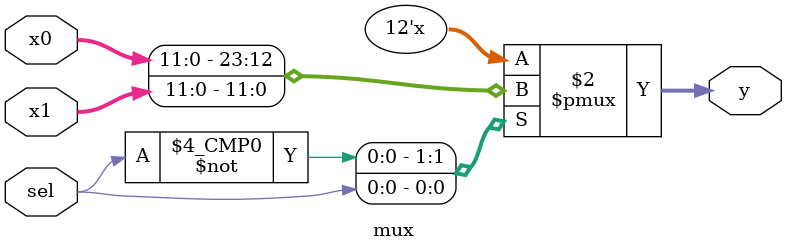
<source format=sv>
`timescale 1ns / 1ps


module ISP (
    input  logic        clk,
    input  logic        reset,
    input  logic        qvga_en,
    input  logic [16:0] qvga_addr,
    input  logic [ 9:0] x_pixel,
    input  logic [ 9:0] y_pixel,
    input  logic [11:0] rData,
    input  logic [11:0] rData2,
    input  logic [11:0] rData3,
    input  logic [11:0] rData4,
    input  logic        image_mode1,
    input  logic        image_mode2,
    input  logic        image_mode3,
    input  logic        image_mode4,
    output logic [11:0] final_output1,
    output logic [11:0] final_output2,
    output logic [11:0] final_output3,
    output logic [11:0] final_output4
);

    logic [11:0] image_444_1, image_1_upscale;

    logic [11:0] image_444_2, gray_output2, image_2_sobel;

    logic [11:0] image_444_3, image_3_gaussian;

    logic [11:0] image_444_4, image_4_gray;

    mux U_datamux (
        .sel(qvga_en),
        .x0 (12'b0),
        .x1 (rData),
        .y  (image_444_1)
    );

    mux U_datamux2 (
        .sel(qvga_en),
        .x0 (12'b0),
        .x1 (rData2),
        .y  (image_444_2)
    );

    mux U_datamux3 (
        .sel(qvga_en),
        .x0 (12'b0),
        .x1 (rData3),
        .y  (image_444_3)
    );

    mux U_datamux4 (
        .sel(qvga_en),
        .x0 (12'b0),
        .x1 (rData4),
        .y  (image_444_4)
    );

    upscaler_interpolation U_upscaler_interpolation1 (
        .clk_25MHz(clk),
        .reset(reset),
        .x_pixel(x_pixel),
        .y_pixel(y_pixel),
        .final_data(image_444_1),
        .up_scale_data(image_1_upscale)
    );

    rgb2gray U_RGB2GRAY2 (
        .color_rgb(image_444_2),
        .gray_rbg (gray_output2)
    );

    GraytoSobel U_Sobel2 (
        .clk(clk),
        .reset(reset),
        .pixel_in(gray_output2),
        .addr(qvga_addr),
        .edge_out(image_2_sobel)
    );

    gaussian U_image3_gaussian (
        .clk(clk),
        .reset(reset),
        .pixel_in(image_444_3),
        .addr(qvga_addr),
        .edge_out(image_3_gaussian)
    );

    rgb2gray U_RGB2GRAY4 (
        .color_rgb(image_444_4),
        .gray_rbg (image_4_gray)
    );

    mux U_image_1 (
        .sel(image_mode1),
        .x0 (image_444_1),
        .x1 (image_1_upscale),
        .y  (final_output1)
    );
    mux U_image_2 (
        .sel(image_mode2),
        .x0 (image_444_2),
        .x1 (image_2_sobel),
        .y  (final_output2)
    );

    mux U_image_3 (
        .sel(image_mode3),
        .x0 (image_444_3),
        .x1 (image_3_gaussian),
        .y  (final_output3)
    );

    mux U_image_4 (
        .sel(image_mode4),
        .x0 (image_444_4),
        .x1 (image_4_gray),
        .y  (final_output4)
    );

endmodule

module mux (
    input  logic        sel,
    input  logic [11:0] x0,
    input  logic [11:0] x1,
    output logic [11:0] y
);
    always_comb begin
        case (sel)
            1'b0: y = x0;
            1'b1: y = x1;
            default: y = 12'b0;
        endcase
    end
endmodule

</source>
